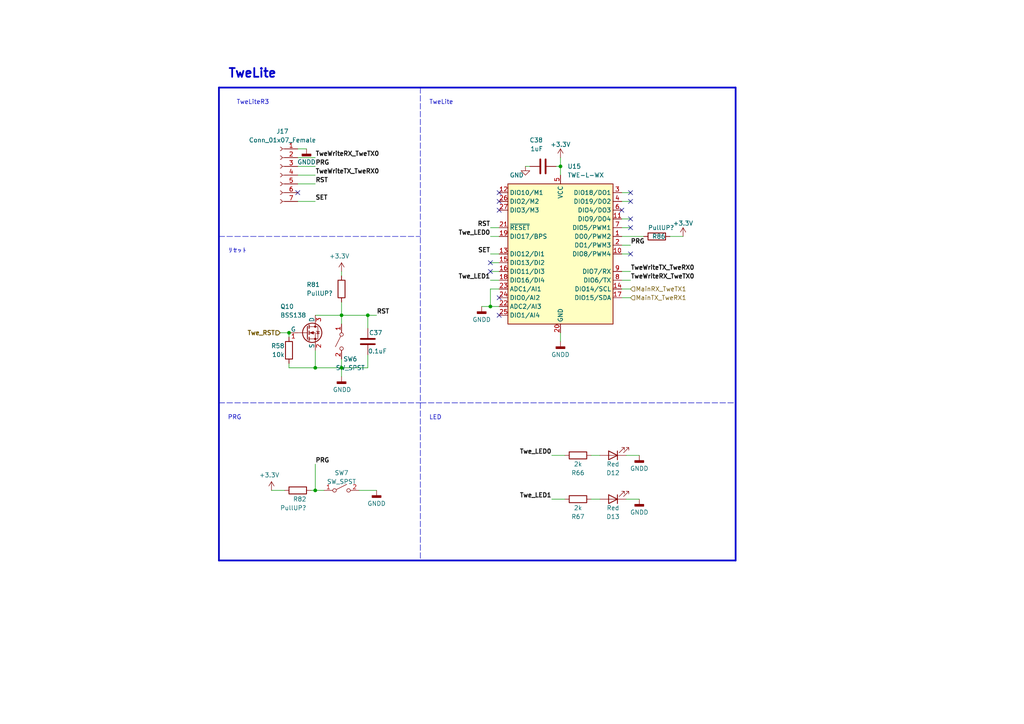
<source format=kicad_sch>
(kicad_sch (version 20230121) (generator eeschema)
  (paper "A4")
  (lib_symbols
    (symbol "Connector:Conn_01x07_Female" (pin_names (offset 1.016) hide)
      (property "Reference" "J" (at 0 10.16 0))
      (property "Value" "Conn_01x07_Female" (at 0 -10.16 0))
      (symbol "Conn_01x07_Female_1_1"
        (arc (start 0 -7.112) (mid -0.5058 -7.62) (end 0 -8.128) (stroke (width 0.1524)))
        (arc (start 0 -4.572) (mid -0.5058 -5.08) (end 0 -5.588) (stroke (width 0.1524)))
        (arc (start 0 -2.032) (mid -0.5058 -2.54) (end 0 -3.048) (stroke (width 0.1524)))
        (polyline (pts (xy -1.27 -7.62) (xy -0.508 -7.62)) (stroke (width 0.1524)))
        (polyline (pts (xy -1.27 -5.08) (xy -0.508 -5.08)) (stroke (width 0.1524)))
        (polyline (pts (xy -1.27 -2.54) (xy -0.508 -2.54)) (stroke (width 0.1524)))
        (polyline (pts (xy -1.27 0) (xy -0.508 0)) (stroke (width 0.1524)))
        (polyline (pts (xy -1.27 2.54) (xy -0.508 2.54)) (stroke (width 0.1524)))
        (polyline (pts (xy -1.27 5.08) (xy -0.508 5.08)) (stroke (width 0.1524)))
        (polyline (pts (xy -1.27 7.62) (xy -0.508 7.62)) (stroke (width 0.1524)))
        (arc (start 0 0.508) (mid -0.5058 0) (end 0 -0.508) (stroke (width 0.1524)))
        (arc (start 0 3.048) (mid -0.5058 2.54) (end 0 2.032) (stroke (width 0.1524)))
        (arc (start 0 5.588) (mid -0.5058 5.08) (end 0 4.572) (stroke (width 0.1524)))
        (arc (start 0 8.128) (mid -0.5058 7.62) (end 0 7.112) (stroke (width 0.1524)))
        (pin passive line (at -5.08 7.62 0) (length 3.81) (name "Pin_1") (number "1"))
        (pin passive line (at -5.08 5.08 0) (length 3.81) (name "Pin_2") (number "2"))
        (pin passive line (at -5.08 2.54 0) (length 3.81) (name "Pin_3") (number "3"))
        (pin passive line (at -5.08 0 0) (length 3.81) (name "Pin_4") (number "4"))
        (pin passive line (at -5.08 -2.54 0) (length 3.81) (name "Pin_5") (number "5"))
        (pin passive line (at -5.08 -5.08 0) (length 3.81) (name "Pin_6") (number "6"))
        (pin passive line (at -5.08 -7.62 0) (length 3.81) (name "Pin_7") (number "7"))
      )
    )
    (symbol "Device:C" (pin_numbers hide) (pin_names (offset 0.254))
      (property "Reference" "C" (at 0.635 2.54 0))
      (property "Value" "C" (at 0.635 -2.54 0))
      (symbol "C_0_1"
        (polyline (pts (xy -2.032 -0.762) (xy 2.032 -0.762)) (stroke (width 0.508)))
        (polyline (pts (xy -2.032 0.762) (xy 2.032 0.762)) (stroke (width 0.508)))
      )
      (symbol "C_1_1"
        (pin passive line (at 0 3.81 270) (length 2.794) (name "~") (number "1"))
        (pin passive line (at 0 -3.81 90) (length 2.794) (name "~") (number "2"))
      )
    )
    (symbol "Device:LED" (pin_numbers hide) (pin_names (offset 1.016) hide)
      (property "Reference" "D" (at 0 2.54 0))
      (property "Value" "LED" (at 0 -2.54 0))
      (symbol "LED_0_1"
        (polyline (pts (xy -1.27 -1.27) (xy -1.27 1.27)) (stroke (width 0.254)))
        (polyline (pts (xy -1.27 0) (xy 1.27 0)))
        (polyline (pts (xy 1.27 -1.27) (xy 1.27 1.27) (xy -1.27 0) (xy 1.27 -1.27)) (stroke (width 0.254)))
        (polyline (pts (xy -3.048 -0.762) (xy -4.572 -2.286) (xy -3.81 -2.286) (xy -4.572 -2.286) (xy -4.572 -1.524)))
        (polyline (pts (xy -1.778 -0.762) (xy -3.302 -2.286) (xy -2.54 -2.286) (xy -3.302 -2.286) (xy -3.302 -1.524)))
      )
      (symbol "LED_1_1"
        (pin passive line (at -3.81 0 0) (length 2.54) (name "K") (number "1"))
        (pin passive line (at 3.81 0 180) (length 2.54) (name "A") (number "2"))
      )
    )
    (symbol "Device:R" (pin_numbers hide) (pin_names (offset 0))
      (property "Reference" "R" (at 2.032 0 90))
      (property "Value" "R" (at 0 0 90))
      (symbol "R_0_1"
        (rectangle (start -1.016 -2.54) (end 1.016 2.54) (stroke (width 0.254)))
      )
      (symbol "R_1_1"
        (pin passive line (at 0 3.81 270) (length 1.27) (name "~") (number "1"))
        (pin passive line (at 0 -3.81 90) (length 1.27) (name "~") (number "2"))
      )
    )
    (symbol "Q_NMOS_GSD_1" (pin_names (offset 0))
      (property "Reference" "Q" (at 5.08 1.27 0))
      (property "Value" "Q_NMOS_GSD_1" (at 5.08 -1.27 0))
      (symbol "Q_NMOS_GSD_1_0_1"
        (polyline (pts (xy 0.254 0) (xy -2.54 0)))
        (polyline (pts (xy 0.254 1.905) (xy 0.254 -1.905)) (stroke (width 0.254)))
        (polyline (pts (xy 0.762 -1.27) (xy 0.762 -2.286)) (stroke (width 0.254)))
        (polyline (pts (xy 0.762 0.508) (xy 0.762 -0.508)) (stroke (width 0.254)))
        (polyline (pts (xy 0.762 2.286) (xy 0.762 1.27)) (stroke (width 0.254)))
        (polyline (pts (xy 2.54 2.54) (xy 2.54 1.778)))
        (polyline (pts (xy 2.54 -2.54) (xy 2.54 0) (xy 0.762 0)))
        (polyline (pts (xy 0.762 -1.778) (xy 3.302 -1.778) (xy 3.302 1.778) (xy 0.762 1.778)))
        (polyline (pts (xy 1.016 0) (xy 2.032 0.381) (xy 2.032 -0.381) (xy 1.016 0)) (fill (type outline)))
        (polyline (pts (xy 2.794 0.508) (xy 2.921 0.381) (xy 3.683 0.381) (xy 3.81 0.254)))
        (polyline (pts (xy 3.302 0.381) (xy 2.921 -0.254) (xy 3.683 -0.254) (xy 3.302 0.381)))
        (circle (center 1.651 0) (radius 2.794) (stroke (width 0.254)))
        (circle (center 2.54 -1.778) (radius 0.254) (fill (type outline)))
        (circle (center 2.54 1.778) (radius 0.254) (fill (type outline)))
      )
      (symbol "Q_NMOS_GSD_1_1_1"
        (pin input line (at -5.08 0 0) (length 2.54) (name "G") (number "1"))
        (pin passive line (at 2.54 -5.08 90) (length 2.54) (name "S") (number "2"))
        (pin passive line (at 2.54 5.08 270) (length 2.54) (name "D") (number "3"))
      )
    )
    (symbol "RF_ZigBee:TWE-L-WX"
      (property "Reference" "U" (at -11.43 21.59 0))
      (property "Value" "TWE-L-WX" (at 7.62 21.59 0))
      (symbol "TWE-L-WX_1_0"
        (rectangle (start -15.24 -20.32) (end 15.24 20.32) (stroke (width 0.254)) (fill (type background)))
      )
      (symbol "TWE-L-WX_1_1"
        (pin output line (at 17.78 5.08 180) (length 2.54) (name "DO0/PWM2") (number "1"))
        (pin bidirectional line (at 17.78 0 180) (length 2.54) (name "DIO8/PWM4") (number "10"))
        (pin bidirectional line (at 17.78 10.16 180) (length 2.54) (name "DIO9/DO4") (number "11"))
        (pin bidirectional line (at -17.78 17.78 0) (length 2.54) (name "DIO10/M1") (number "12"))
        (pin bidirectional line (at -17.78 0 0) (length 2.54) (name "DIO12/DI1") (number "13"))
        (pin bidirectional line (at 17.78 -10.16 180) (length 2.54) (name "DIO14/SCL") (number "14"))
        (pin bidirectional line (at -17.78 -2.54 0) (length 2.54) (name "DIO13/DI2") (number "15"))
        (pin bidirectional line (at -17.78 -5.08 0) (length 2.54) (name "DIO11/DI3") (number "16"))
        (pin bidirectional line (at 17.78 -12.7 180) (length 2.54) (name "DIO15/SDA") (number "17"))
        (pin bidirectional line (at -17.78 -7.62 0) (length 2.54) (name "DIO16/DI4") (number "18"))
        (pin bidirectional line (at -17.78 5.08 0) (length 2.54) (name "DIO17/BPS") (number "19"))
        (pin bidirectional line (at 17.78 2.54 180) (length 2.54) (name "DO1/PWM3") (number "2"))
        (pin power_in line (at 0 -22.86 90) (length 2.54) (name "GND") (number "20"))
        (pin input line (at -17.78 7.62 0) (length 2.54) (name "~{RESET}") (number "21"))
        (pin input line (at -17.78 -15.24 0) (length 2.54) (name "ADC2/AI3") (number "22"))
        (pin input line (at -17.78 -10.16 0) (length 2.54) (name "ADC1/AI1") (number "23"))
        (pin bidirectional line (at -17.78 -12.7 0) (length 2.54) (name "DIO0/AI2") (number "24"))
        (pin bidirectional line (at -17.78 -17.78 0) (length 2.54) (name "DIO1/AI4") (number "25"))
        (pin bidirectional line (at -17.78 15.24 0) (length 2.54) (name "DIO2/M2") (number "26"))
        (pin bidirectional line (at -17.78 12.7 0) (length 2.54) (name "DIO3/M3") (number "27"))
        (pin passive line (at 0 -22.86 90) (length 2.54) hide (name "GND") (number "28"))
        (pin no_connect line (at 15.24 -17.78 180) (length 2.54) hide (name "NC") (number "29"))
        (pin bidirectional line (at 17.78 17.78 180) (length 2.54) (name "DIO18/DO1") (number "3"))
        (pin passive line (at 0 -22.86 90) (length 2.54) hide (name "GND") (number "30"))
        (pin passive line (at 0 -22.86 90) (length 2.54) hide (name "GND") (number "31"))
        (pin passive line (at 0 -22.86 90) (length 2.54) hide (name "GND") (number "32"))
        (pin bidirectional line (at 17.78 15.24 180) (length 2.54) (name "DIO19/DO2") (number "4"))
        (pin power_in line (at 0 22.86 270) (length 2.54) (name "VCC") (number "5"))
        (pin bidirectional line (at 17.78 12.7 180) (length 2.54) (name "DIO4/DO3") (number "6"))
        (pin bidirectional line (at 17.78 7.62 180) (length 2.54) (name "DIO5/PWM1") (number "7"))
        (pin bidirectional line (at 17.78 -7.62 180) (length 2.54) (name "DIO6/TX") (number "8"))
        (pin bidirectional line (at 17.78 -5.08 180) (length 2.54) (name "DIO7/RX") (number "9"))
      )
    )
    (symbol "Switch:SW_SPST" (pin_names (offset 0) hide)
      (property "Reference" "SW" (at 0 3.175 0))
      (property "Value" "SW_SPST" (at 0 -2.54 0))
      (symbol "SW_SPST_0_0"
        (circle (center -2.032 0) (radius 0.508))
        (polyline (pts (xy -1.524 0.254) (xy 1.524 1.778)))
        (circle (center 2.032 0) (radius 0.508))
      )
      (symbol "SW_SPST_1_1"
        (pin passive line (at -5.08 0 0) (length 2.54) (name "A") (number "1"))
        (pin passive line (at 5.08 0 180) (length 2.54) (name "B") (number "2"))
      )
    )
    (symbol "power:+3.3V" (power) (pin_names (offset 0))
      (property "Value" "+3.3V" (at 0 3.556 0))
      (symbol "+3.3V_0_1"
        (polyline (pts (xy -0.762 1.27) (xy 0 2.54)))
        (polyline (pts (xy 0 0) (xy 0 2.54)))
        (polyline (pts (xy 0 2.54) (xy 0.762 1.27)))
      )
      (symbol "+3.3V_1_1"
        (pin power_in line (at 0 0 90) (length 0) hide (name "+3.3V") (number "1"))
      )
    )
    (symbol "power:GND" (power) (pin_names (offset 0))
      (property "Value" "GND" (at 0 -3.81 0))
      (symbol "GND_0_1"
        (polyline (pts (xy 0 0) (xy 0 -1.27) (xy 1.27 -1.27) (xy 0 -2.54) (xy -1.27 -1.27) (xy 0 -1.27)))
      )
      (symbol "GND_1_1"
        (pin power_in line (at 0 0 270) (length 0) hide (name "GND") (number "1"))
      )
    )
    (symbol "power:GNDD" (power) (pin_names (offset 0))
      (property "Value" "GNDD" (at 0 -3.175 0))
      (symbol "GNDD_0_1"
        (rectangle (start -1.27 -1.524) (end 1.27 -2.032) (stroke (width 0.254)) (fill (type outline)))
        (polyline (pts (xy 0 0) (xy 0 -1.524)))
      )
      (symbol "GNDD_1_1"
        (pin power_in line (at 0 0 270) (length 0) hide (name "GNDD") (number "1"))
      )
    )
  )
  (junction (at 106.68 91.44))
  (junction (at 162.56 48.26))
  (junction (at 83.82 96.52))
  (junction (at 99.06 91.44))
  (junction (at 142.24 88.9))
  (junction (at 91.44 142.24))
  (junction (at 99.06 106.68))
  (junction (at 91.44 106.68))
  (no_connect (at 144.78 60.96))
  (no_connect (at 142.24 76.2))
  (no_connect (at 182.88 73.66))
  (no_connect (at 142.24 78.74))
  (no_connect (at 182.88 58.42))
  (no_connect (at 86.36 55.88))
  (no_connect (at 144.78 86.36))
  (no_connect (at 182.88 66.04))
  (no_connect (at 180.34 60.96))
  (no_connect (at 144.78 55.88))
  (no_connect (at 144.78 91.44))
  (no_connect (at 182.88 55.88))
  (no_connect (at 144.78 58.42))
  (no_connect (at 182.88 63.5))
  (wire (pts (xy 180.34 63.5) (xy 182.88 63.5)))
  (wire (pts (xy 142.24 88.9) (xy 144.78 88.9)))
  (wire (pts (xy 99.06 87.63) (xy 99.06 91.44)))
  (wire (pts (xy 194.31 68.58) (xy 198.12 68.58)))
  (wire (pts (xy 181.61 132.08) (xy 185.42 132.08)))
  (wire (pts (xy 142.24 78.74) (xy 144.78 78.74)))
  (wire (pts (xy 142.24 83.82) (xy 142.24 88.9)))
  (wire (pts (xy 162.56 45.72) (xy 162.56 48.26)))
  (wire (pts (xy 86.36 45.72) (xy 91.44 45.72)))
  (wire (pts (xy 142.24 88.9) (xy 139.7 88.9)))
  (wire (pts (xy 180.34 68.58) (xy 186.69 68.58)))
  (wire (pts (xy 160.02 132.08) (xy 163.83 132.08)))
  (wire (pts (xy 109.22 91.44) (xy 106.68 91.44)))
  (wire (pts (xy 180.34 83.82) (xy 182.88 83.82)))
  (wire (pts (xy 104.14 142.24) (xy 109.22 142.24)))
  (wire (pts (xy 180.34 86.36) (xy 182.88 86.36)))
  (polyline (pts (xy 121.92 116.84) (xy 213.36 116.84)) (stroke (width 0) (type dash)))
  (wire (pts (xy 91.44 142.24) (xy 93.98 142.24)))
  (wire (pts (xy 91.44 106.68) (xy 91.44 101.6)))
  (wire (pts (xy 180.34 81.28) (xy 182.88 81.28)))
  (wire (pts (xy 142.24 68.58) (xy 144.78 68.58)))
  (wire (pts (xy 99.06 104.14) (xy 99.06 106.68)))
  (wire (pts (xy 106.68 91.44) (xy 106.68 95.25)))
  (wire (pts (xy 83.82 96.52) (xy 83.82 97.79)))
  (wire (pts (xy 162.56 96.52) (xy 162.56 99.06)))
  (wire (pts (xy 180.34 55.88) (xy 182.88 55.88)))
  (wire (pts (xy 152.4 48.26) (xy 153.67 48.26)))
  (wire (pts (xy 180.34 71.12) (xy 182.88 71.12)))
  (wire (pts (xy 142.24 73.66) (xy 144.78 73.66)))
  (wire (pts (xy 99.06 78.74) (xy 99.06 80.01)))
  (wire (pts (xy 83.82 105.41) (xy 83.82 106.68)))
  (polyline (pts (xy 121.92 25.4) (xy 121.92 162.56)) (stroke (width 0) (type dash)))
  (wire (pts (xy 86.36 48.26) (xy 91.44 48.26)))
  (wire (pts (xy 144.78 83.82) (xy 142.24 83.82)))
  (wire (pts (xy 106.68 91.44) (xy 99.06 91.44)))
  (wire (pts (xy 91.44 134.62) (xy 91.44 142.24)))
  (wire (pts (xy 180.34 66.04) (xy 182.88 66.04)))
  (wire (pts (xy 106.68 106.68) (xy 106.68 102.87)))
  (wire (pts (xy 86.36 58.42) (xy 91.44 58.42)))
  (wire (pts (xy 162.56 48.26) (xy 162.56 50.8)))
  (wire (pts (xy 161.29 48.26) (xy 162.56 48.26)))
  (wire (pts (xy 78.74 142.24) (xy 82.55 142.24)))
  (polyline (pts (xy 63.5 68.58) (xy 121.92 68.58)) (stroke (width 0) (type dash)))
  (wire (pts (xy 160.02 144.78) (xy 163.83 144.78)))
  (wire (pts (xy 180.34 73.66) (xy 182.88 73.66)))
  (wire (pts (xy 83.82 106.68) (xy 91.44 106.68)))
  (wire (pts (xy 142.24 76.2) (xy 144.78 76.2)))
  (wire (pts (xy 91.44 91.44) (xy 99.06 91.44)))
  (wire (pts (xy 99.06 106.68) (xy 99.06 109.22)))
  (polyline (pts (xy 63.5 116.84) (xy 121.92 116.84)) (stroke (width 0) (type dash)))
  (polyline (pts (xy 63.5 25.4) (xy 213.36 25.4)) (stroke (width 0.5) (type solid)))
  (wire (pts (xy 142.24 81.28) (xy 144.78 81.28)))
  (wire (pts (xy 99.06 93.98) (xy 99.06 91.44)))
  (wire (pts (xy 86.36 50.8) (xy 91.44 50.8)))
  (polyline (pts (xy 63.5 162.56) (xy 213.36 162.56)) (stroke (width 0.5) (type solid)))
  (wire (pts (xy 171.45 144.78) (xy 173.99 144.78)))
  (wire (pts (xy 180.34 58.42) (xy 182.88 58.42)))
  (wire (pts (xy 180.34 78.74) (xy 182.88 78.74)))
  (wire (pts (xy 86.36 53.34) (xy 91.44 53.34)))
  (polyline (pts (xy 213.36 162.56) (xy 213.36 25.4)) (stroke (width 0.5) (type solid)))
  (wire (pts (xy 142.24 66.04) (xy 144.78 66.04)))
  (wire (pts (xy 86.36 43.18) (xy 88.9 43.18)))
  (wire (pts (xy 90.17 142.24) (xy 91.44 142.24)))
  (wire (pts (xy 81.28 96.52) (xy 83.82 96.52)))
  (wire (pts (xy 91.44 106.68) (xy 99.06 106.68)))
  (polyline (pts (xy 63.5 25.4) (xy 63.5 162.56)) (stroke (width 0.5) (type solid)))
  (wire (pts (xy 106.68 106.68) (xy 99.06 106.68)))
  (wire (pts (xy 181.61 144.78) (xy 185.42 144.78)))
  (wire (pts (xy 171.45 132.08) (xy 173.99 132.08)))
  (text "TweLite" (at 124.46 30.48 0) (effects (font (size 1.27 1.27)) (justify left bottom)))
  (text "PRG" (at 66.04 121.92 0) (effects (font (size 1.27 1.27)) (justify left bottom)))
  (text "リセット" (at 66.04 73.66 0) (effects (font (size 1.27 1.27)) (justify left bottom)))
  (text "LED" (at 124.46 121.92 0) (effects (font (size 1.27 1.27)) (justify left bottom)))
  (text "TweLiteR3" (at 68.58 30.48 0) (effects (font (size 1.27 1.27)) (justify left bottom)))
  (text "TweLite" (at 66.04 22.86 0) (effects (font (size 2.54 2.54) (thickness 0.508) bold) (justify left bottom)))
  (label "Twe_LED0" (at 142.24 68.58 180) (effects (font (thickness 0.254) bold)))
  (label "SET" (at 91.44 58.42 0) (effects (font (thickness 0.254) bold)))
  (label "TweWriteRX_TweTX0" (at 182.88 81.28 0) (effects (font (thickness 0.254) bold)))
  (label "TweWriteTX_TweRX0" (at 91.44 50.8 0) (effects (font (thickness 0.254) bold)))
  (label "Twe_LED1" (at 160.02 144.78 180) (effects (font (thickness 0.254) bold)))
  (label "TweWriteTX_TweRX0" (at 182.88 78.74 0) (effects (font (thickness 0.254) bold)))
  (label "Twe_LED1" (at 142.24 81.28 180) (effects (font (thickness 0.254) bold)))
  (label "RST" (at 142.24 66.04 180) (effects (font (thickness 0.254) bold)))
  (label "RST" (at 91.44 53.34 0) (effects (font (thickness 0.254) bold)))
  (label "PRG" (at 182.88 71.12 0) (effects (font (thickness 0.254) bold)))
  (label "SET" (at 142.24 73.66 180) (effects (font (thickness 0.254) bold)))
  (label "PRG" (at 91.44 48.26 0) (effects (font (thickness 0.254) bold)))
  (label "RST" (at 109.22 91.44 0) (effects (font (thickness 0.254) bold)))
  (label "PRG" (at 91.44 134.62 0) (effects (font (thickness 0.254) bold)))
  (label "TweWriteRX_TweTX0" (at 91.44 45.72 0) (effects (font (thickness 0.254) bold)))
  (label "Twe_LED0" (at 160.02 132.08 180) (effects (font (thickness 0.254) bold)))
  (hierarchical_label "Twe_RST" (shape input) (at 81.28 96.52 180) (effects (font bold)))
  (hierarchical_label "MainRX_TweTX1" (shape input) (at 182.88 83.82 0))
  (hierarchical_label "MainTX_TweRX1" (shape input) (at 182.88 86.36 0))
  (symbol (lib_id "power:+3.3V") (at 162.56 45.72 0) (unit 1)
    (property "Reference" "#PWR0107" (effects hide))
    (property "Value" "+3.3V" (at 162.56 41.91 0))
  )
  (symbol (lib_id "Device:C") (at 157.48 48.26 90) (unit 1)
    (property "Reference" "C38" (at 157.48 40.64 90) (effects (justify left)))
    (property "Value" "1uF" (at 157.48 43.18 90) (effects (justify left)))
    (property "Footprint" "Capacitor_SMD:C_0402_1005Metric" (effects hide))
  )
  (symbol (lib_id "power:GND") (at 152.4 48.26 0) (unit 1)
    (property "Reference" "#PWR0106" (effects hide))
    (property "Value" "GND" (at 149.86 50.8 0))
  )
  (symbol (lib_id "Device:R") (at 83.82 101.6 0) (mirror y) (unit 1)
    (property "Reference" "R58" (at 82.55 100.33 0) (effects (justify left)))
    (property "Value" "10k" (at 82.55 102.87 0) (effects (justify left)))
    (property "Footprint" "Resistor_SMD:R_0402_1005Metric" (effects hide))
  )
  (symbol (lib_name "Q_NMOS_GSD_1") (lib_id "Device:Q_NMOS_GSD") (at 88.9 96.52 0) (unit 1)
    (property "Reference" "Q10" (at 81.28 88.9 0) (effects (justify left)))
    (property "Value" "BSS138" (at 81.28 91.44 0) (effects (justify left)))
    (property "Footprint" "Package_TO_SOT_SMD:SOT-23" (effects hide))
  )
  (symbol (lib_id "Device:LED") (at 177.8 132.08 180) (unit 1)
    (property "Reference" "D12" (at 177.8 137.16 0))
    (property "Value" "Red" (at 177.8 134.62 0))
    (property "Footprint" "LED_SMD:LED_0603_1608Metric_Pad1.05x0.95mm_HandSolder" (effects hide))
  )
  (symbol (lib_id "Device:R") (at 190.5 68.58 90) (mirror x) (unit 1)
    (property "Reference" "R86" (at 193.04 68.58 90) (effects (justify left)))
    (property "Value" "PullUP?" (at 195.58 66.04 90) (effects (justify left)))
    (property "Footprint" "Resistor_SMD:R_0603_1608Metric" (effects hide))
  )
  (symbol (lib_id "power:+3.3V") (at 99.06 78.74 0) (unit 1)
    (property "Reference" "#PWR0100" (effects hide))
    (property "Value" "+3.3V" (at 98.425 74.295 0))
  )
  (symbol (lib_id "power:GNDD") (at 99.06 109.22 0) (unit 1)
    (property "Reference" "#PWR0103" (effects hide))
    (property "Value" "GNDD" (at 96.52 113.03 0) (effects (justify left)))
  )
  (symbol (lib_id "RF_ZigBee:TWE-L-WX") (at 162.56 73.66 0) (unit 1)
    (property "Reference" "U15" (at 164.5794 48.26 0) (effects (justify left)))
    (property "Value" "TWE-L-WX" (at 164.5794 50.8 0) (effects (justify left)))
    (property "Footprint" "RF_Module:MonoWireless_TWE-L-WX" (effects hide))
    (property "Datasheet" "https://www.mono-wireless.com/jp/products/TWE-LITE/MW-PDS-TWELITE-JP.pdf" (effects hide))
  )
  (symbol (lib_id "power:GNDD") (at 109.22 142.24 0) (unit 1)
    (property "Reference" "#PWR0104" (effects hide))
    (property "Value" "GNDD" (at 109.22 146.05 0))
  )
  (symbol (lib_id "Switch:SW_SPST") (at 99.06 142.24 0) (unit 1)
    (property "Reference" "SW7" (at 99.06 137.16 0))
    (property "Value" "SW_SPST" (at 99.06 139.7 0))
    (property "Footprint" "Button_Switch_SMD:SW_Push_1P1T_NO_Vertical_Wuerth_434133025816" (effects hide))
  )
  (symbol (lib_id "power:GNDD") (at 162.56 99.06 0) (unit 1)
    (property "Reference" "#PWR0108" (effects hide))
    (property "Value" "GNDD" (at 162.56 102.87 0))
  )
  (symbol (lib_id "power:GNDD") (at 185.42 144.78 0) (unit 1)
    (property "Reference" "#PWR0110" (effects hide))
    (property "Value" "GNDD" (at 185.42 148.59 0))
  )
  (symbol (lib_id "power:GNDD") (at 88.9 43.18 0) (unit 1)
    (property "Reference" "#PWR0102" (effects hide))
    (property "Value" "GNDD" (at 88.9 46.99 0))
  )
  (symbol (lib_id "power:GNDD") (at 139.7 88.9 0) (unit 1)
    (property "Reference" "#PWR0105" (effects hide))
    (property "Value" "GNDD" (at 139.7 92.71 0))
  )
  (symbol (lib_id "Device:R") (at 167.64 144.78 270) (mirror x) (unit 1)
    (property "Reference" "R67" (at 167.64 149.86 90))
    (property "Value" "2k" (at 167.64 147.32 90))
    (property "Footprint" "Resistor_SMD:R_0402_1005Metric" (effects hide))
  )
  (symbol (lib_id "Device:R") (at 86.36 142.24 90) (unit 1)
    (property "Reference" "R82" (at 88.9 144.78 90) (effects (justify left)))
    (property "Value" "PullUP?" (at 88.9 147.32 90) (effects (justify left)))
    (property "Footprint" "Resistor_SMD:R_0603_1608Metric" (effects hide))
  )
  (symbol (lib_id "Switch:SW_SPST") (at 99.06 99.06 90) (mirror x) (unit 1)
    (property "Reference" "SW6" (at 101.6 104.14 90))
    (property "Value" "SW_SPST" (at 101.6 106.68 90))
    (property "Footprint" "Button_Switch_SMD:SW_Push_1P1T_NO_Vertical_Wuerth_434133025816" (effects hide))
  )
  (symbol (lib_id "Device:R") (at 167.64 132.08 270) (mirror x) (unit 1)
    (property "Reference" "R66" (at 167.64 137.16 90))
    (property "Value" "2k" (at 167.64 134.62 90))
    (property "Footprint" "Resistor_SMD:R_0402_1005Metric" (effects hide))
  )
  (symbol (lib_id "power:+3.3V") (at 78.74 142.24 0) (unit 1)
    (property "Reference" "#PWR0101" (effects hide))
    (property "Value" "+3.3V" (at 78.105 137.795 0))
  )
  (symbol (lib_id "Device:R") (at 99.06 83.82 0) (unit 1)
    (property "Reference" "R81" (at 88.9 82.55 0) (effects (justify left)))
    (property "Value" "PullUP?" (at 88.9 85.09 0) (effects (justify left)))
    (property "Footprint" "Resistor_SMD:R_0603_1608Metric" (effects hide))
  )
  (symbol (lib_id "Connector:Conn_01x07_Female") (at 81.28 50.8 0) (mirror y) (unit 1)
    (property "Reference" "J17" (at 81.915 38.1 0))
    (property "Value" "Conn_01x07_Female" (at 81.915 40.64 0))
    (property "Footprint" "Connector_PinSocket_2.54mm:PinSocket_1x07_P2.54mm_Horizontal" (effects hide))
  )
  (symbol (lib_id "power:GNDD") (at 185.42 132.08 0) (unit 1)
    (property "Reference" "#PWR0109" (effects hide))
    (property "Value" "GNDD" (at 185.42 135.89 0))
  )
  (symbol (lib_id "Device:LED") (at 177.8 144.78 180) (unit 1)
    (property "Reference" "D13" (at 177.8 149.86 0))
    (property "Value" "Red" (at 177.8 147.32 0))
    (property "Footprint" "LED_SMD:LED_0603_1608Metric_Pad1.05x0.95mm_HandSolder" (effects hide))
  )
  (symbol (lib_id "Device:C") (at 106.68 99.06 0) (unit 1)
    (property "Reference" "C37" (at 108.966 96.52 0))
    (property "Value" "0.1uF" (at 109.474 101.854 0))
    (property "Footprint" "Capacitor_SMD:C_0402_1005Metric" (effects hide))
  )
  (symbol (lib_id "power:+3.3V") (at 198.12 68.58 0) (unit 1)
    (property "Reference" "#PWR0112" (effects hide))
    (property "Value" "+3.3V" (at 198.12 64.77 0))
  )
)
</source>
